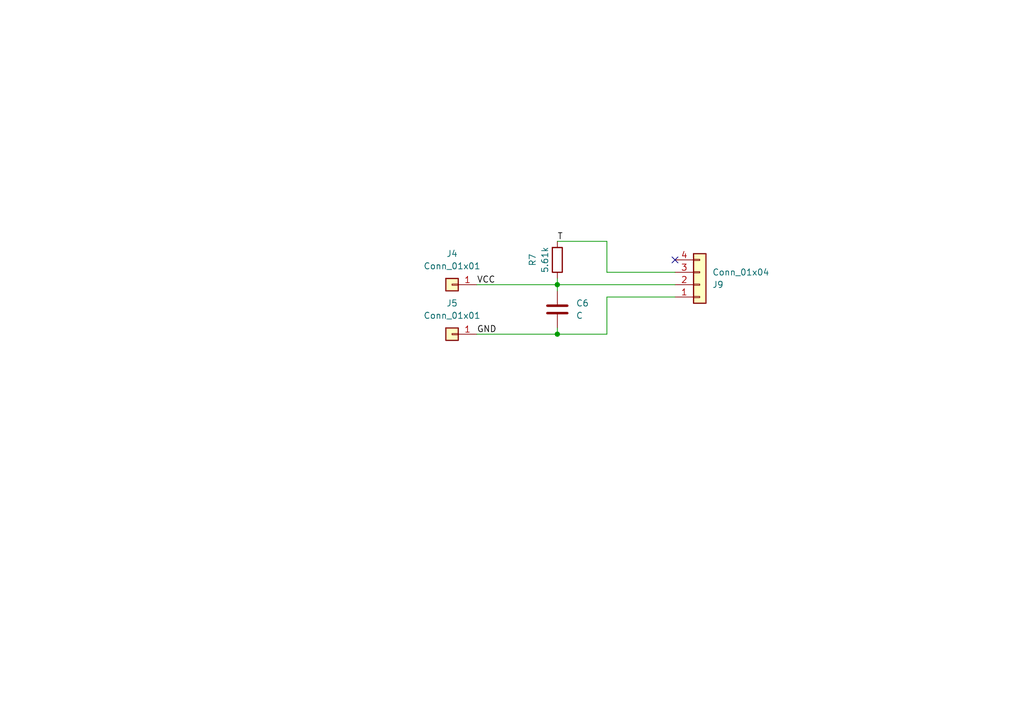
<source format=kicad_sch>
(kicad_sch
	(version 20231120)
	(generator "eeschema")
	(generator_version "8.0")
	(uuid "15269872-f5db-45ea-96bc-5240d1b55dc6")
	(paper "A5")
	(lib_symbols
		(symbol "Connector_Generic:Conn_01x01"
			(pin_names
				(offset 1.016) hide)
			(exclude_from_sim no)
			(in_bom yes)
			(on_board yes)
			(property "Reference" "J"
				(at 0 2.54 0)
				(effects
					(font
						(size 1.27 1.27)
					)
				)
			)
			(property "Value" "Conn_01x01"
				(at 0 -2.54 0)
				(effects
					(font
						(size 1.27 1.27)
					)
				)
			)
			(property "Footprint" ""
				(at 0 0 0)
				(effects
					(font
						(size 1.27 1.27)
					)
					(hide yes)
				)
			)
			(property "Datasheet" "~"
				(at 0 0 0)
				(effects
					(font
						(size 1.27 1.27)
					)
					(hide yes)
				)
			)
			(property "Description" "Generic connector, single row, 01x01, script generated (kicad-library-utils/schlib/autogen/connector/)"
				(at 0 0 0)
				(effects
					(font
						(size 1.27 1.27)
					)
					(hide yes)
				)
			)
			(property "ki_keywords" "connector"
				(at 0 0 0)
				(effects
					(font
						(size 1.27 1.27)
					)
					(hide yes)
				)
			)
			(property "ki_fp_filters" "Connector*:*_1x??_*"
				(at 0 0 0)
				(effects
					(font
						(size 1.27 1.27)
					)
					(hide yes)
				)
			)
			(symbol "Conn_01x01_1_1"
				(rectangle
					(start -1.27 0.127)
					(end 0 -0.127)
					(stroke
						(width 0.1524)
						(type default)
					)
					(fill
						(type none)
					)
				)
				(rectangle
					(start -1.27 1.27)
					(end 1.27 -1.27)
					(stroke
						(width 0.254)
						(type default)
					)
					(fill
						(type background)
					)
				)
				(pin passive line
					(at -5.08 0 0)
					(length 3.81)
					(name "Pin_1"
						(effects
							(font
								(size 1.27 1.27)
							)
						)
					)
					(number "1"
						(effects
							(font
								(size 1.27 1.27)
							)
						)
					)
				)
			)
		)
		(symbol "Connector_Generic:Conn_01x04"
			(pin_names
				(offset 1.016) hide)
			(exclude_from_sim no)
			(in_bom yes)
			(on_board yes)
			(property "Reference" "J"
				(at 0 5.08 0)
				(effects
					(font
						(size 1.27 1.27)
					)
				)
			)
			(property "Value" "Conn_01x04"
				(at 0 -7.62 0)
				(effects
					(font
						(size 1.27 1.27)
					)
				)
			)
			(property "Footprint" ""
				(at 0 0 0)
				(effects
					(font
						(size 1.27 1.27)
					)
					(hide yes)
				)
			)
			(property "Datasheet" "~"
				(at 0 0 0)
				(effects
					(font
						(size 1.27 1.27)
					)
					(hide yes)
				)
			)
			(property "Description" "Generic connector, single row, 01x04, script generated (kicad-library-utils/schlib/autogen/connector/)"
				(at 0 0 0)
				(effects
					(font
						(size 1.27 1.27)
					)
					(hide yes)
				)
			)
			(property "ki_keywords" "connector"
				(at 0 0 0)
				(effects
					(font
						(size 1.27 1.27)
					)
					(hide yes)
				)
			)
			(property "ki_fp_filters" "Connector*:*_1x??_*"
				(at 0 0 0)
				(effects
					(font
						(size 1.27 1.27)
					)
					(hide yes)
				)
			)
			(symbol "Conn_01x04_1_1"
				(rectangle
					(start -1.27 -4.953)
					(end 0 -5.207)
					(stroke
						(width 0.1524)
						(type default)
					)
					(fill
						(type none)
					)
				)
				(rectangle
					(start -1.27 -2.413)
					(end 0 -2.667)
					(stroke
						(width 0.1524)
						(type default)
					)
					(fill
						(type none)
					)
				)
				(rectangle
					(start -1.27 0.127)
					(end 0 -0.127)
					(stroke
						(width 0.1524)
						(type default)
					)
					(fill
						(type none)
					)
				)
				(rectangle
					(start -1.27 2.667)
					(end 0 2.413)
					(stroke
						(width 0.1524)
						(type default)
					)
					(fill
						(type none)
					)
				)
				(rectangle
					(start -1.27 3.81)
					(end 1.27 -6.35)
					(stroke
						(width 0.254)
						(type default)
					)
					(fill
						(type background)
					)
				)
				(pin passive line
					(at -5.08 2.54 0)
					(length 3.81)
					(name "Pin_1"
						(effects
							(font
								(size 1.27 1.27)
							)
						)
					)
					(number "1"
						(effects
							(font
								(size 1.27 1.27)
							)
						)
					)
				)
				(pin passive line
					(at -5.08 0 0)
					(length 3.81)
					(name "Pin_2"
						(effects
							(font
								(size 1.27 1.27)
							)
						)
					)
					(number "2"
						(effects
							(font
								(size 1.27 1.27)
							)
						)
					)
				)
				(pin passive line
					(at -5.08 -2.54 0)
					(length 3.81)
					(name "Pin_3"
						(effects
							(font
								(size 1.27 1.27)
							)
						)
					)
					(number "3"
						(effects
							(font
								(size 1.27 1.27)
							)
						)
					)
				)
				(pin passive line
					(at -5.08 -5.08 0)
					(length 3.81)
					(name "Pin_4"
						(effects
							(font
								(size 1.27 1.27)
							)
						)
					)
					(number "4"
						(effects
							(font
								(size 1.27 1.27)
							)
						)
					)
				)
			)
		)
		(symbol "Device:C"
			(pin_numbers hide)
			(pin_names
				(offset 0.254)
			)
			(exclude_from_sim no)
			(in_bom yes)
			(on_board yes)
			(property "Reference" "C"
				(at 0.635 2.54 0)
				(effects
					(font
						(size 1.27 1.27)
					)
					(justify left)
				)
			)
			(property "Value" "C"
				(at 0.635 -2.54 0)
				(effects
					(font
						(size 1.27 1.27)
					)
					(justify left)
				)
			)
			(property "Footprint" ""
				(at 0.9652 -3.81 0)
				(effects
					(font
						(size 1.27 1.27)
					)
					(hide yes)
				)
			)
			(property "Datasheet" "~"
				(at 0 0 0)
				(effects
					(font
						(size 1.27 1.27)
					)
					(hide yes)
				)
			)
			(property "Description" "Unpolarized capacitor"
				(at 0 0 0)
				(effects
					(font
						(size 1.27 1.27)
					)
					(hide yes)
				)
			)
			(property "ki_keywords" "cap capacitor"
				(at 0 0 0)
				(effects
					(font
						(size 1.27 1.27)
					)
					(hide yes)
				)
			)
			(property "ki_fp_filters" "C_*"
				(at 0 0 0)
				(effects
					(font
						(size 1.27 1.27)
					)
					(hide yes)
				)
			)
			(symbol "C_0_1"
				(polyline
					(pts
						(xy -2.032 -0.762) (xy 2.032 -0.762)
					)
					(stroke
						(width 0.508)
						(type default)
					)
					(fill
						(type none)
					)
				)
				(polyline
					(pts
						(xy -2.032 0.762) (xy 2.032 0.762)
					)
					(stroke
						(width 0.508)
						(type default)
					)
					(fill
						(type none)
					)
				)
			)
			(symbol "C_1_1"
				(pin passive line
					(at 0 3.81 270)
					(length 2.794)
					(name "~"
						(effects
							(font
								(size 1.27 1.27)
							)
						)
					)
					(number "1"
						(effects
							(font
								(size 1.27 1.27)
							)
						)
					)
				)
				(pin passive line
					(at 0 -3.81 90)
					(length 2.794)
					(name "~"
						(effects
							(font
								(size 1.27 1.27)
							)
						)
					)
					(number "2"
						(effects
							(font
								(size 1.27 1.27)
							)
						)
					)
				)
			)
		)
		(symbol "Device:R"
			(pin_numbers hide)
			(pin_names
				(offset 0)
			)
			(exclude_from_sim no)
			(in_bom yes)
			(on_board yes)
			(property "Reference" "R"
				(at 2.032 0 90)
				(effects
					(font
						(size 1.27 1.27)
					)
				)
			)
			(property "Value" "R"
				(at 0 0 90)
				(effects
					(font
						(size 1.27 1.27)
					)
				)
			)
			(property "Footprint" ""
				(at -1.778 0 90)
				(effects
					(font
						(size 1.27 1.27)
					)
					(hide yes)
				)
			)
			(property "Datasheet" "~"
				(at 0 0 0)
				(effects
					(font
						(size 1.27 1.27)
					)
					(hide yes)
				)
			)
			(property "Description" "Resistor"
				(at 0 0 0)
				(effects
					(font
						(size 1.27 1.27)
					)
					(hide yes)
				)
			)
			(property "ki_keywords" "R res resistor"
				(at 0 0 0)
				(effects
					(font
						(size 1.27 1.27)
					)
					(hide yes)
				)
			)
			(property "ki_fp_filters" "R_*"
				(at 0 0 0)
				(effects
					(font
						(size 1.27 1.27)
					)
					(hide yes)
				)
			)
			(symbol "R_0_1"
				(rectangle
					(start -1.016 -2.54)
					(end 1.016 2.54)
					(stroke
						(width 0.254)
						(type default)
					)
					(fill
						(type none)
					)
				)
			)
			(symbol "R_1_1"
				(pin passive line
					(at 0 3.81 270)
					(length 1.27)
					(name "~"
						(effects
							(font
								(size 1.27 1.27)
							)
						)
					)
					(number "1"
						(effects
							(font
								(size 1.27 1.27)
							)
						)
					)
				)
				(pin passive line
					(at 0 -3.81 90)
					(length 1.27)
					(name "~"
						(effects
							(font
								(size 1.27 1.27)
							)
						)
					)
					(number "2"
						(effects
							(font
								(size 1.27 1.27)
							)
						)
					)
				)
			)
		)
	)
	(junction
		(at 114.3 68.58)
		(diameter 0)
		(color 0 0 0 0)
		(uuid "45c12b41-fa0a-4cfa-8e80-9ac93e3a42f3")
	)
	(junction
		(at 114.3 58.42)
		(diameter 0)
		(color 0 0 0 0)
		(uuid "730dcdb5-b394-43d1-ba42-aeb322209063")
	)
	(no_connect
		(at 138.43 53.34)
		(uuid "809fa08f-2f39-4ed0-8430-e2c8872747b4")
	)
	(wire
		(pts
			(xy 114.3 58.42) (xy 138.43 58.42)
		)
		(stroke
			(width 0)
			(type default)
		)
		(uuid "1b49be94-c037-4775-af8b-05e3a2c2a9cd")
	)
	(wire
		(pts
			(xy 114.3 59.69) (xy 114.3 58.42)
		)
		(stroke
			(width 0)
			(type default)
		)
		(uuid "3235c78a-04c8-4043-8bd2-155597d815ca")
	)
	(wire
		(pts
			(xy 124.46 68.58) (xy 124.46 60.96)
		)
		(stroke
			(width 0)
			(type default)
		)
		(uuid "37f6bd91-ad62-407d-ad5f-ce4c2fc71433")
	)
	(wire
		(pts
			(xy 114.3 57.15) (xy 114.3 58.42)
		)
		(stroke
			(width 0)
			(type default)
		)
		(uuid "3d5bf42f-022b-48c5-a18c-43b491dd399a")
	)
	(wire
		(pts
			(xy 97.79 68.58) (xy 114.3 68.58)
		)
		(stroke
			(width 0)
			(type default)
		)
		(uuid "4718dc1a-567a-4fd2-9a79-c67dd24dcda9")
	)
	(wire
		(pts
			(xy 114.3 49.53) (xy 124.46 49.53)
		)
		(stroke
			(width 0)
			(type default)
		)
		(uuid "64262eae-63c3-4de0-b3bc-611792a790fe")
	)
	(wire
		(pts
			(xy 124.46 55.88) (xy 138.43 55.88)
		)
		(stroke
			(width 0)
			(type default)
		)
		(uuid "69c031e5-f06f-4e29-a6af-f740de5cc5c9")
	)
	(wire
		(pts
			(xy 114.3 58.42) (xy 97.79 58.42)
		)
		(stroke
			(width 0)
			(type default)
		)
		(uuid "6a310485-6794-4501-b3c8-74716e25b6de")
	)
	(wire
		(pts
			(xy 114.3 68.58) (xy 114.3 67.31)
		)
		(stroke
			(width 0)
			(type default)
		)
		(uuid "6bf402ac-10db-4238-a88e-8e33aad36d52")
	)
	(wire
		(pts
			(xy 124.46 49.53) (xy 124.46 55.88)
		)
		(stroke
			(width 0)
			(type default)
		)
		(uuid "920b2c97-a1e6-49fc-ad87-f24a78ef1b22")
	)
	(wire
		(pts
			(xy 124.46 60.96) (xy 138.43 60.96)
		)
		(stroke
			(width 0)
			(type default)
		)
		(uuid "e3265e3b-4cb2-4825-bb72-ac03afbb6976")
	)
	(wire
		(pts
			(xy 114.3 68.58) (xy 124.46 68.58)
		)
		(stroke
			(width 0)
			(type default)
		)
		(uuid "ec5dd039-a0bd-4e70-8885-44f928e67d36")
	)
	(label "GND"
		(at 97.79 68.58 0)
		(fields_autoplaced yes)
		(effects
			(font
				(size 1.27 1.27)
			)
			(justify left bottom)
		)
		(uuid "519d4697-88f8-44ea-91c9-f86dab21664e")
	)
	(label "T"
		(at 114.3 49.53 0)
		(fields_autoplaced yes)
		(effects
			(font
				(size 1.27 1.27)
			)
			(justify left bottom)
		)
		(uuid "62d158e0-9e21-4209-afec-86ad5bb5a144")
	)
	(label "VCC"
		(at 97.79 58.42 0)
		(fields_autoplaced yes)
		(effects
			(font
				(size 1.27 1.27)
			)
			(justify left bottom)
		)
		(uuid "fc6a4cd2-909e-4b69-b79e-3140365e6551")
	)
	(symbol
		(lib_id "Connector_Generic:Conn_01x01")
		(at 92.71 58.42 180)
		(unit 1)
		(exclude_from_sim no)
		(in_bom yes)
		(on_board yes)
		(dnp no)
		(fields_autoplaced yes)
		(uuid "28cafdde-6c3f-49d0-ba36-5e167957c4b4")
		(property "Reference" "J7"
			(at 92.71 52.07 0)
			(effects
				(font
					(size 1.27 1.27)
				)
			)
		)
		(property "Value" "Conn_01x01"
			(at 92.71 54.61 0)
			(effects
				(font
					(size 1.27 1.27)
				)
			)
		)
		(property "Footprint" "Connector_Wire:SolderWirePad_1x01_SMD_1x2mm"
			(at 92.71 58.42 0)
			(effects
				(font
					(size 1.27 1.27)
				)
				(hide yes)
			)
		)
		(property "Datasheet" "~"
			(at 92.71 58.42 0)
			(effects
				(font
					(size 1.27 1.27)
				)
				(hide yes)
			)
		)
		(property "Description" "Generic connector, single row, 01x01, script generated (kicad-library-utils/schlib/autogen/connector/)"
			(at 92.71 58.42 0)
			(effects
				(font
					(size 1.27 1.27)
				)
				(hide yes)
			)
		)
		(pin "1"
			(uuid "d70d36f4-e81f-4991-82aa-d39491c9f358")
		)
		(instances
			(project ""
				(path "/dab87ad1-1ac7-45b0-994b-ac976bba4e9c/3905e0cc-c4c1-42c1-b76d-51a9b06c035b"
					(reference "J4")
					(unit 1)
				)
				(path "/dab87ad1-1ac7-45b0-994b-ac976bba4e9c/c86e2733-c06d-4f83-a034-eb69e0204829"
					(reference "J7")
					(unit 1)
				)
			)
		)
	)
	(symbol
		(lib_id "Device:R")
		(at 114.3 53.34 180)
		(unit 1)
		(exclude_from_sim no)
		(in_bom yes)
		(on_board yes)
		(dnp no)
		(uuid "4448ac2d-cd5a-4a3b-b884-ed326cd60379")
		(property "Reference" "R8"
			(at 109.22 53.34 90)
			(effects
				(font
					(size 1.27 1.27)
				)
			)
		)
		(property "Value" "5.61k"
			(at 111.76 53.34 90)
			(effects
				(font
					(size 1.27 1.27)
				)
			)
		)
		(property "Footprint" "Resistor_SMD:R_0402_1005Metric"
			(at 116.078 53.34 90)
			(effects
				(font
					(size 1.27 1.27)
				)
				(hide yes)
			)
		)
		(property "Datasheet" "~"
			(at 114.3 53.34 0)
			(effects
				(font
					(size 1.27 1.27)
				)
				(hide yes)
			)
		)
		(property "Description" "Resistor"
			(at 114.3 53.34 0)
			(effects
				(font
					(size 1.27 1.27)
				)
				(hide yes)
			)
		)
		(pin "1"
			(uuid "e4393cea-11d1-4335-9222-ff171f461d00")
		)
		(pin "2"
			(uuid "c1857159-0a1d-47f8-a893-68f58bab04e8")
		)
		(instances
			(project ""
				(path "/dab87ad1-1ac7-45b0-994b-ac976bba4e9c/3905e0cc-c4c1-42c1-b76d-51a9b06c035b"
					(reference "R7")
					(unit 1)
				)
				(path "/dab87ad1-1ac7-45b0-994b-ac976bba4e9c/c86e2733-c06d-4f83-a034-eb69e0204829"
					(reference "R8")
					(unit 1)
				)
			)
		)
	)
	(symbol
		(lib_id "Device:C")
		(at 114.3 63.5 0)
		(unit 1)
		(exclude_from_sim no)
		(in_bom yes)
		(on_board yes)
		(dnp no)
		(fields_autoplaced yes)
		(uuid "b712a4bc-c28a-4acb-933b-abf4072c1fdc")
		(property "Reference" "C7"
			(at 118.11 62.2299 0)
			(effects
				(font
					(size 1.27 1.27)
				)
				(justify left)
			)
		)
		(property "Value" "C"
			(at 118.11 64.7699 0)
			(effects
				(font
					(size 1.27 1.27)
				)
				(justify left)
			)
		)
		(property "Footprint" "Capacitor_SMD:C_0402_1005Metric"
			(at 115.2652 67.31 0)
			(effects
				(font
					(size 1.27 1.27)
				)
				(hide yes)
			)
		)
		(property "Datasheet" "~"
			(at 114.3 63.5 0)
			(effects
				(font
					(size 1.27 1.27)
				)
				(hide yes)
			)
		)
		(property "Description" "Unpolarized capacitor"
			(at 114.3 63.5 0)
			(effects
				(font
					(size 1.27 1.27)
				)
				(hide yes)
			)
		)
		(pin "1"
			(uuid "7c95c42a-a4d8-4778-9659-43bfe1f3fbd1")
		)
		(pin "2"
			(uuid "dccd9b0d-f588-4442-ab20-a9829a7b1a9f")
		)
		(instances
			(project ""
				(path "/dab87ad1-1ac7-45b0-994b-ac976bba4e9c/3905e0cc-c4c1-42c1-b76d-51a9b06c035b"
					(reference "C6")
					(unit 1)
				)
				(path "/dab87ad1-1ac7-45b0-994b-ac976bba4e9c/c86e2733-c06d-4f83-a034-eb69e0204829"
					(reference "C7")
					(unit 1)
				)
			)
		)
	)
	(symbol
		(lib_id "Connector_Generic:Conn_01x01")
		(at 92.71 68.58 180)
		(unit 1)
		(exclude_from_sim no)
		(in_bom yes)
		(on_board yes)
		(dnp no)
		(fields_autoplaced yes)
		(uuid "d4e92e72-0505-4afa-8dd2-a0f10015a635")
		(property "Reference" "J8"
			(at 92.71 62.23 0)
			(effects
				(font
					(size 1.27 1.27)
				)
			)
		)
		(property "Value" "Conn_01x01"
			(at 92.71 64.77 0)
			(effects
				(font
					(size 1.27 1.27)
				)
			)
		)
		(property "Footprint" "Connector_Wire:SolderWirePad_1x01_SMD_1x2mm"
			(at 92.71 68.58 0)
			(effects
				(font
					(size 1.27 1.27)
				)
				(hide yes)
			)
		)
		(property "Datasheet" "~"
			(at 92.71 68.58 0)
			(effects
				(font
					(size 1.27 1.27)
				)
				(hide yes)
			)
		)
		(property "Description" "Generic connector, single row, 01x01, script generated (kicad-library-utils/schlib/autogen/connector/)"
			(at 92.71 68.58 0)
			(effects
				(font
					(size 1.27 1.27)
				)
				(hide yes)
			)
		)
		(pin "1"
			(uuid "93d31848-01ab-4486-993c-8a6934d3b26b")
		)
		(instances
			(project ""
				(path "/dab87ad1-1ac7-45b0-994b-ac976bba4e9c/3905e0cc-c4c1-42c1-b76d-51a9b06c035b"
					(reference "J5")
					(unit 1)
				)
				(path "/dab87ad1-1ac7-45b0-994b-ac976bba4e9c/c86e2733-c06d-4f83-a034-eb69e0204829"
					(reference "J8")
					(unit 1)
				)
			)
		)
	)
	(symbol
		(lib_id "Connector_Generic:Conn_01x04")
		(at 143.51 58.42 0)
		(mirror x)
		(unit 1)
		(exclude_from_sim no)
		(in_bom yes)
		(on_board yes)
		(dnp no)
		(uuid "d7c80d57-31d0-4d39-9068-1ed1427e203e")
		(property "Reference" "J10"
			(at 146.05 58.4201 0)
			(effects
				(font
					(size 1.27 1.27)
				)
				(justify left)
			)
		)
		(property "Value" "Conn_01x04"
			(at 146.05 55.8801 0)
			(effects
				(font
					(size 1.27 1.27)
				)
				(justify left)
			)
		)
		(property "Footprint" "Connector_Wire:SolderWire-0.1sqmm_1x04_P3.6mm_D0.4mm_OD1mm_Relief"
			(at 143.51 58.42 0)
			(effects
				(font
					(size 1.27 1.27)
				)
				(hide yes)
			)
		)
		(property "Datasheet" "~"
			(at 143.51 58.42 0)
			(effects
				(font
					(size 1.27 1.27)
				)
				(hide yes)
			)
		)
		(property "Description" "Generic connector, single row, 01x04, script generated (kicad-library-utils/schlib/autogen/connector/)"
			(at 143.51 58.42 0)
			(effects
				(font
					(size 1.27 1.27)
				)
				(hide yes)
			)
		)
		(pin "3"
			(uuid "9bee8408-59db-4839-946a-2a123774e5ab")
		)
		(pin "2"
			(uuid "f333332d-9806-424b-ba6d-3570ad131370")
		)
		(pin "4"
			(uuid "46e1e2b6-6fdd-49bb-b50e-2e27c3b9d100")
		)
		(pin "1"
			(uuid "6c7231e3-5dfe-4004-988e-746536b6ee40")
		)
		(instances
			(project ""
				(path "/dab87ad1-1ac7-45b0-994b-ac976bba4e9c/3905e0cc-c4c1-42c1-b76d-51a9b06c035b"
					(reference "J9")
					(unit 1)
				)
				(path "/dab87ad1-1ac7-45b0-994b-ac976bba4e9c/c86e2733-c06d-4f83-a034-eb69e0204829"
					(reference "J10")
					(unit 1)
				)
			)
		)
	)
)

</source>
